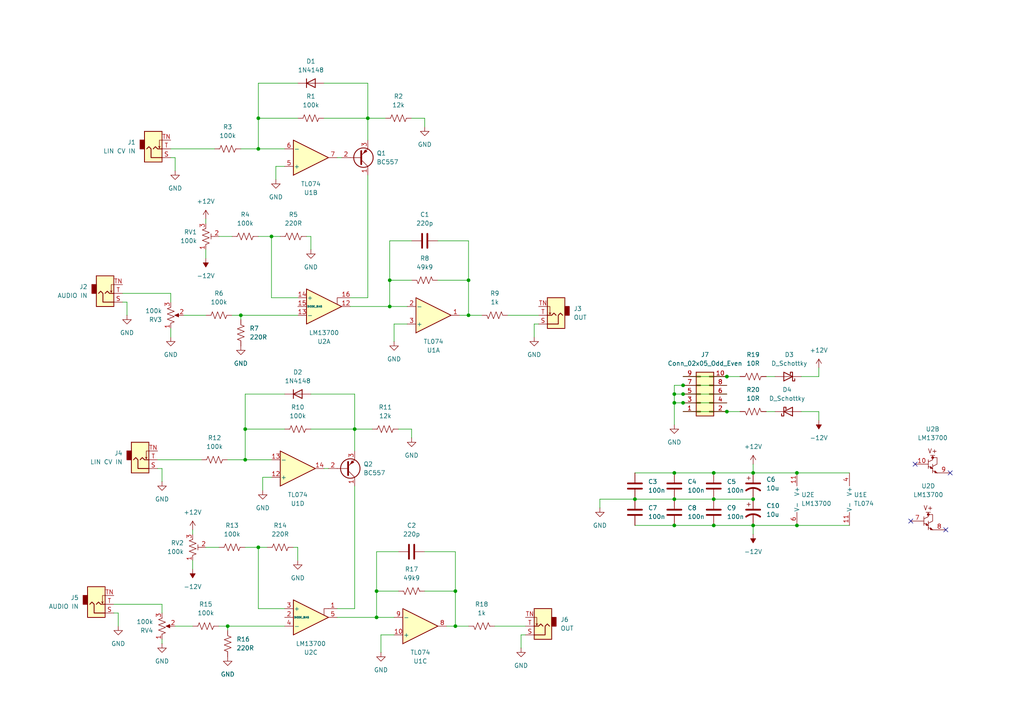
<source format=kicad_sch>
(kicad_sch (version 20250114) (generator "eeschema") (generator_version "9.0")
  (paper "A4")
  (title_block (title "Dual VCA") (date "2025-06-20") (rev "1.1") (company "idyllm") (comment 1 "CC BY-SA 4.0") (comment 2 "References: Aaron Lanterman, Thomas Henry"))
  (lib_symbols
    (symbol "Amplifier_Operational:LM13700" (pin_names (offset 0.127))
      (property "Reference" "U" (at 3.81 5.08 0))
      (property "Value" "LM13700" (at 5.08 -5.08 0))
      (symbol "LM13700_1_1"
        (pin input line (at -7.62 2.54 0) (length 2.54) (name "-") (number "13"))
        (pin input line (at -7.62 0 0) (length 2.54) (name "DIODE_BIAS") (number "15"))
        (pin input line (at -7.62 -2.54 0) (length 2.54) (name "+") (number "14"))
        (pin output line (at 7.62 0 180) (length 2.54) (name "~") (number "12"))
        (pin input line (at 7.62 -2.54 180) (length 2.54) (name "~") (number "16"))
      )
      (symbol "LM13700_2_1"
        (text "V+" (at -2.54 3.81 0) (effects (font (size 1.27 1.27))))
        (pin input line (at -7.62 0 0) (length 3.81) (name "~") (number "10"))
        (pin output line (at 2.54 -2.54 180) (length 3.81) (name "~") (number "9"))
      )
      (symbol "LM13700_3_1"
        (pin input line (at -7.62 2.54 0) (length 2.54) (name "-") (number "4"))
        (pin input line (at -7.62 0 0) (length 2.54) (name "DIODE_BIAS") (number "2"))
        (pin input line (at -7.62 -2.54 0) (length 2.54) (name "+") (number "3"))
        (pin output line (at 7.62 0 180) (length 2.54) (name "~") (number "5"))
        (pin input line (at 7.62 -2.54 180) (length 2.54) (name "~") (number "1"))
      )
      (symbol "LM13700_4_0"
        (text "V+" (at -2.54 3.81 0) (effects (font (size 1.27 1.27))))
      )
      (symbol "LM13700_4_1"
        (pin input line (at -7.62 0 0) (length 3.81) (name "~") (number "7"))
        (pin output line (at 2.54 -2.54 180) (length 3.81) (name "~") (number "8"))
      )
      (symbol "LM13700_5_1"
        (pin power_in line (at -2.54 7.62 270) (length 3.81) (name "V+") (number "11"))
        (pin power_in line (at -2.54 -7.62 90) (length 3.81) (name "V-") (number "6"))
      )
    )
    (symbol "Amplifier_Operational:TL074" (pin_names (offset 0.127))
      (property "Reference" "U" (at 0 5.08 0))
      (property "Value" "TL074" (at 0 -5.08 0))
      (symbol "TL074_1_1"
        (pin input line (at -7.62 2.54 0) (length 2.54) (name "+") (number "3"))
        (pin input line (at -7.62 -2.54 0) (length 2.54) (name "-") (number "2"))
        (pin output line (at 7.62 0 180) (length 2.54) (name "~") (number "1"))
      )
      (symbol "TL074_2_1"
        (pin input line (at -7.62 2.54 0) (length 2.54) (name "+") (number "5"))
        (pin input line (at -7.62 -2.54 0) (length 2.54) (name "-") (number "6"))
        (pin output line (at 7.62 0 180) (length 2.54) (name "~") (number "7"))
      )
      (symbol "TL074_3_1"
        (pin input line (at -7.62 2.54 0) (length 2.54) (name "+") (number "10"))
        (pin input line (at -7.62 -2.54 0) (length 2.54) (name "-") (number "9"))
        (pin output line (at 7.62 0 180) (length 2.54) (name "~") (number "8"))
      )
      (symbol "TL074_4_1"
        (pin input line (at -7.62 2.54 0) (length 2.54) (name "+") (number "12"))
        (pin input line (at -7.62 -2.54 0) (length 2.54) (name "-") (number "13"))
        (pin output line (at 7.62 0 180) (length 2.54) (name "~") (number "14"))
      )
      (symbol "TL074_5_1"
        (pin power_in line (at -2.54 7.62 270) (length 3.81) (name "V+") (number "4"))
        (pin power_in line (at -2.54 -7.62 90) (length 3.81) (name "V-") (number "11"))
      )
    )
    (symbol "Connector_Audio:AudioJack2_SwitchT"
      (property "Reference" "J" (at 0 8.89 0))
      (property "Value" "AudioJack2_SwitchT" (at 0 6.35 0))
      (symbol "AudioJack2_SwitchT_1_1"
        (pin passive line (at 5.08 2.54 180) (length 2.54) (name "~") (number "S"))
        (pin passive line (at 5.08 0 180) (length 2.54) (name "~") (number "T"))
        (pin passive line (at 5.08 -2.54 180) (length 2.54) (name "~") (number "TN"))
      )
    )
    (symbol "Connector_Generic:Conn_02x05_Odd_Even" (pin_names (offset 1.016) (hide yes))
      (property "Reference" "J" (at 1.27 7.62 0))
      (property "Value" "Conn_02x05_Odd_Even" (at 1.27 -7.62 0))
      (symbol "Conn_02x05_Odd_Even_1_1"
        (pin passive line (at -5.08 5.08 0) (length 3.81) (name "Pin_1") (number "1"))
        (pin passive line (at -5.08 2.54 0) (length 3.81) (name "Pin_3") (number "3"))
        (pin passive line (at -5.08 0 0) (length 3.81) (name "Pin_5") (number "5"))
        (pin passive line (at -5.08 -2.54 0) (length 3.81) (name "Pin_7") (number "7"))
        (pin passive line (at -5.08 -5.08 0) (length 3.81) (name "Pin_9") (number "9"))
        (pin passive line (at 7.62 5.08 180) (length 3.81) (name "Pin_2") (number "2"))
        (pin passive line (at 7.62 2.54 180) (length 3.81) (name "Pin_4") (number "4"))
        (pin passive line (at 7.62 0 180) (length 3.81) (name "Pin_6") (number "6"))
        (pin passive line (at 7.62 -2.54 180) (length 3.81) (name "Pin_8") (number "8"))
        (pin passive line (at 7.62 -5.08 180) (length 3.81) (name "Pin_10") (number "10"))
      )
    )
    (symbol "Device:C" (pin_numbers (hide yes)) (pin_names (offset 0.254))
      (property "Reference" "C" (at 0.635 2.54 0))
      (property "Value" "C" (at 0.635 -2.54 0))
      (symbol "C_1_1"
        (pin passive line (at 0 3.81 270) (length 2.794) (name "~") (number "1"))
        (pin passive line (at 0 -3.81 90) (length 2.794) (name "~") (number "2"))
      )
    )
    (symbol "Device:C_Polarized_US" (pin_numbers (hide yes)) (pin_names (offset 0.254) (hide yes))
      (property "Reference" "C" (at 0.635 2.54 0))
      (property "Value" "C_Polarized_US" (at 0.635 -2.54 0))
      (symbol "C_Polarized_US_1_1"
        (pin passive line (at 0 3.81 270) (length 2.794) (name "~") (number "1"))
        (pin passive line (at 0 -3.81 90) (length 3.302) (name "~") (number "2"))
      )
    )
    (symbol "Device:D_Schottky" (pin_numbers (hide yes)) (pin_names (offset 1.016) (hide yes))
      (property "Reference" "D" (at 0 2.54 0))
      (property "Value" "D_Schottky" (at 0 -2.54 0))
      (symbol "D_Schottky_1_1"
        (pin passive line (at -3.81 0 0) (length 2.54) (name "K") (number "1"))
        (pin passive line (at 3.81 0 180) (length 2.54) (name "A") (number "2"))
      )
    )
    (symbol "Device:R_Potentiometer_Trim_US" (pin_names (offset 1.016) (hide yes))
      (property "Reference" "RV" (at -4.445 0 90))
      (property "Value" "R_Potentiometer_Trim_US" (at -2.54 0 90))
      (symbol "R_Potentiometer_Trim_US_1_1"
        (pin passive line (at 0 3.81 270) (length 1.27) (name "1") (number "1"))
        (pin passive line (at 0 -3.81 90) (length 1.27) (name "3") (number "3"))
        (pin passive line (at 3.81 0 180) (length 1.27) (name "2") (number "2"))
      )
    )
    (symbol "Device:R_Potentiometer_US" (pin_names (offset 1.016) (hide yes))
      (property "Reference" "RV" (at -4.445 0 90))
      (property "Value" "R_Potentiometer_US" (at -2.54 0 90))
      (symbol "R_Potentiometer_US_1_1"
        (pin passive line (at 0 3.81 270) (length 1.27) (name "1") (number "1"))
        (pin passive line (at 0 -3.81 90) (length 1.27) (name "3") (number "3"))
        (pin passive line (at 3.81 0 180) (length 1.27) (name "2") (number "2"))
      )
    )
    (symbol "Device:R_US" (pin_numbers (hide yes)) (pin_names (offset 0))
      (property "Reference" "R" (at 2.54 0 90))
      (property "Value" "R_US" (at -2.54 0 90))
      (symbol "R_US_1_1"
        (pin passive line (at 0 3.81 270) (length 1.27) (name "~") (number "1"))
        (pin passive line (at 0 -3.81 90) (length 1.27) (name "~") (number "2"))
      )
    )
    (symbol "Diode:1N4148" (pin_numbers (hide yes)) (pin_names (hide yes))
      (property "Reference" "D" (at 0 2.54 0))
      (property "Value" "1N4148" (at 0 -2.54 0))
      (symbol "1N4148_1_1"
        (pin passive line (at -3.81 0 0) (length 2.54) (name "K") (number "1"))
        (pin passive line (at 3.81 0 180) (length 2.54) (name "A") (number "2"))
      )
    )
    (symbol "Transistor_BJT:BC557" (pin_names (offset 0) (hide yes))
      (property "Reference" "Q" (at 5.08 1.905 0))
      (property "Value" "BC557" (at 5.08 0 0))
      (symbol "BC557_1_1"
        (pin input line (at -5.08 0 0) (length 2.54) (name "B") (number "2"))
        (pin passive line (at 2.54 5.08 270) (length 2.54) (name "C") (number "1"))
        (pin passive line (at 2.54 -5.08 90) (length 2.54) (name "E") (number "3"))
      )
    )
    (symbol "power:+12V" (power) (pin_numbers (hide yes)) (pin_names (offset 0) (hide yes))
      (property "Value" "+12V" (at 0 3.556 0))
      (symbol "+12V_1_1"
        (pin power_in line (at 0 0 90) (length 0) (name "~") (number "1"))
      )
    )
    (symbol "power:-12V" (power) (pin_numbers (hide yes)) (pin_names (offset 0) (hide yes))
      (property "Value" "-12V" (at 0 3.556 0))
      (symbol "-12V_0_0"
        (pin power_in line (at 0 0 90) (length 0) (name "~") (number "1"))
      )
    )
    (symbol "power:GND" (power) (pin_numbers (hide yes)) (pin_names (offset 0) (hide yes))
      (property "Value" "GND" (at 0 -3.81 0))
      (symbol "GND_1_1"
        (pin power_in line (at 0 0 270) (length 0) (name "~") (number "1"))
      )
    )
  )
  (junction (at 66.04 181.61))
  (junction (at 106.68 34.29))
  (junction (at 388.62 54.61))
  (junction (at 113.03 81.28))
  (junction (at 135.89 81.28))
  (junction (at 109.22 179.07))
  (junction (at 207.01 152.4))
  (junction (at 69.85 91.44))
  (junction (at 388.62 71.12))
  (junction (at 102.87 124.46))
  (junction (at 218.44 144.78))
  (junction (at 378.46 92.71))
  (junction (at 351.79 43.18))
  (junction (at 132.08 171.45))
  (junction (at 184.15 144.78))
  (junction (at 113.03 88.9))
  (junction (at 207.01 137.16))
  (junction (at 195.58 116.84))
  (junction (at 74.93 34.29))
  (junction (at 195.58 137.16))
  (junction (at 218.44 137.16))
  (junction (at 71.12 133.35))
  (junction (at 198.12 116.84))
  (junction (at 195.58 114.3))
  (junction (at 135.89 91.44))
  (junction (at 198.12 111.76))
  (junction (at 341.63 43.18))
  (junction (at 231.14 137.16))
  (junction (at 198.12 114.3))
  (junction (at 71.12 124.46))
  (junction (at 109.22 171.45))
  (junction (at 207.01 144.78))
  (junction (at 195.58 144.78))
  (junction (at 195.58 152.4))
  (junction (at 78.74 68.58))
  (junction (at 210.82 119.38))
  (junction (at 361.95 54.61))
  (junction (at 218.44 152.4))
  (junction (at 210.82 109.22))
  (junction (at 74.93 158.75))
  (junction (at 74.93 43.18))
  (junction (at 231.14 152.4))
  (junction (at 132.08 181.61))
  (no_connect (at 265.43 134.62))
  (no_connect (at 274.32 153.67))
  (no_connect (at 275.59 137.16))
  (no_connect (at 264.16 151.13))
  (wire (pts (xy 237.49 109.22) (xy 232.41 109.22)))
  (wire (pts (xy 66.04 181.61) (xy 82.55 181.61)))
  (wire (pts (xy 86.36 158.75) (xy 85.09 158.75)))
  (wire (pts (xy 341.63 43.18) (xy 351.79 43.18)))
  (wire (pts (xy 90.17 124.46) (xy 102.87 124.46)))
  (wire (pts (xy 198.12 109.22) (xy 210.82 109.22)))
  (wire (pts (xy 361.95 92.71) (xy 378.46 92.71)))
  (wire (pts (xy 66.04 133.35) (xy 71.12 133.35)))
  (wire (pts (xy 71.12 114.3) (xy 71.12 124.46)))
  (wire (pts (xy 97.79 176.53) (xy 102.87 176.53)))
  (wire (pts (xy 222.25 119.38) (xy 224.79 119.38)))
  (wire (pts (xy 50.8 45.72) (xy 49.53 45.72)))
  (wire (pts (xy 101.6 88.9) (xy 113.03 88.9)))
  (wire (pts (xy 210.82 119.38) (xy 214.63 119.38)))
  (wire (pts (xy 76.2 142.24) (xy 76.2 138.43)))
  (wire (pts (xy 97.79 179.07) (xy 109.22 179.07)))
  (wire (pts (xy 378.46 92.71) (xy 378.46 88.9)))
  (wire (pts (xy 80.01 48.26) (xy 82.55 48.26)))
  (wire (pts (xy 351.79 43.18) (xy 364.49 43.18)))
  (wire (pts (xy 154.94 97.79) (xy 154.94 93.98)))
  (wire (pts (xy 114.3 93.98) (xy 114.3 99.06)))
  (wire (pts (xy 378.46 71.12) (xy 378.46 78.74)))
  (wire (pts (xy 46.99 135.89) (xy 45.72 135.89)))
  (wire (pts (xy 231.14 137.16) (xy 246.38 137.16)))
  (wire (pts (xy 80.01 52.07) (xy 80.01 48.26)))
  (wire (pts (xy 74.93 34.29) (xy 86.36 34.29)))
  (wire (pts (xy 135.89 81.28) (xy 135.89 91.44)))
  (wire (pts (xy 49.53 43.18) (xy 62.23 43.18)))
  (wire (pts (xy 207.01 152.4) (xy 218.44 152.4)))
  (wire (pts (xy 218.44 137.16) (xy 231.14 137.16)))
  (wire (pts (xy 35.56 85.09) (xy 49.53 85.09)))
  (wire (pts (xy 154.94 93.98) (xy 156.21 93.98)))
  (wire (pts (xy 36.83 91.44) (xy 36.83 87.63)))
  (wire (pts (xy 378.46 92.71) (xy 378.46 99.06)))
  (wire (pts (xy 132.08 171.45) (xy 132.08 181.61)))
  (wire (pts (xy 102.87 114.3) (xy 90.17 114.3)))
  (wire (pts (xy 74.93 24.13) (xy 74.93 34.29)))
  (wire (pts (xy 388.62 68.58) (xy 388.62 71.12)))
  (wire (pts (xy 237.49 106.68) (xy 237.49 109.22)))
  (wire (pts (xy 119.38 127) (xy 119.38 124.46)))
  (wire (pts (xy 414.02 87.63) (xy 414.02 83.82)))
  (wire (pts (xy 110.49 184.15) (xy 114.3 184.15)))
  (wire (pts (xy 113.03 81.28) (xy 119.38 81.28)))
  (wire (pts (xy 59.69 72.39) (xy 59.69 74.93)))
  (wire (pts (xy 330.2 43.18) (xy 341.63 43.18)))
  (wire (pts (xy 109.22 160.02) (xy 109.22 171.45)))
  (wire (pts (xy 341.63 54.61) (xy 341.63 58.42)))
  (wire (pts (xy 341.63 46.99) (xy 341.63 43.18)))
  (wire (pts (xy 49.53 85.09) (xy 49.53 87.63)))
  (wire (pts (xy 195.58 111.76) (xy 195.58 114.3)))
  (wire (pts (xy 53.34 91.44) (xy 59.69 91.44)))
  (wire (pts (xy 81.28 68.58) (xy 78.74 68.58)))
  (wire (pts (xy 49.53 95.25) (xy 49.53 97.79)))
  (wire (pts (xy 127 69.85) (xy 135.89 69.85)))
  (wire (pts (xy 74.93 43.18) (xy 82.55 43.18)))
  (wire (pts (xy 378.46 106.68) (xy 378.46 110.49)))
  (wire (pts (xy 135.89 91.44) (xy 139.7 91.44)))
  (wire (pts (xy 90.17 72.39) (xy 90.17 68.58)))
  (wire (pts (xy 71.12 133.35) (xy 78.74 133.35)))
  (wire (pts (xy 74.93 176.53) (xy 82.55 176.53)))
  (wire (pts (xy 66.04 181.61) (xy 66.04 182.88)))
  (wire (pts (xy 135.89 69.85) (xy 135.89 81.28)))
  (wire (pts (xy 109.22 171.45) (xy 109.22 179.07)))
  (wire (pts (xy 184.15 144.78) (xy 195.58 144.78)))
  (wire (pts (xy 46.99 139.7) (xy 46.99 135.89)))
  (wire (pts (xy 63.5 181.61) (xy 66.04 181.61)))
  (wire (pts (xy 368.3 54.61) (xy 361.95 54.61)))
  (wire (pts (xy 123.19 160.02) (xy 132.08 160.02)))
  (wire (pts (xy 123.19 36.83) (xy 123.19 34.29)))
  (wire (pts (xy 102.87 124.46) (xy 107.95 124.46)))
  (wire (pts (xy 102.87 124.46) (xy 102.87 130.81)))
  (wire (pts (xy 143.51 181.61) (xy 152.4 181.61)))
  (wire (pts (xy 361.95 48.26) (xy 364.49 48.26)))
  (wire (pts (xy 106.68 50.8) (xy 106.68 86.36)))
  (wire (pts (xy 414.02 83.82) (xy 408.94 83.82)))
  (wire (pts (xy 86.36 162.56) (xy 86.36 158.75)))
  (wire (pts (xy 222.25 109.22) (xy 224.79 109.22)))
  (wire (pts (xy 195.58 114.3) (xy 198.12 114.3)))
  (wire (pts (xy 207.01 137.16) (xy 218.44 137.16)))
  (wire (pts (xy 33.02 175.26) (xy 46.99 175.26)))
  (wire (pts (xy 198.12 114.3) (xy 210.82 114.3)))
  (wire (pts (xy 109.22 179.07) (xy 114.3 179.07)))
  (wire (pts (xy 69.85 43.18) (xy 74.93 43.18)))
  (wire (pts (xy 102.87 140.97) (xy 102.87 176.53)))
  (wire (pts (xy 106.68 34.29) (xy 106.68 40.64)))
  (wire (pts (xy 361.95 48.26) (xy 361.95 54.61)))
  (wire (pts (xy 113.03 88.9) (xy 118.11 88.9)))
  (wire (pts (xy 34.29 177.8) (xy 33.02 177.8)))
  (wire (pts (xy 378.46 71.12) (xy 388.62 71.12)))
  (wire (pts (xy 106.68 24.13) (xy 93.98 24.13)))
  (wire (pts (xy 46.99 185.42) (xy 46.99 186.69)))
  (wire (pts (xy 237.49 119.38) (xy 232.41 119.38)))
  (wire (pts (xy 110.49 184.15) (xy 110.49 189.23)))
  (wire (pts (xy 46.99 175.26) (xy 46.99 177.8)))
  (wire (pts (xy 34.29 181.61) (xy 34.29 177.8)))
  (wire (pts (xy 388.62 71.12) (xy 401.32 71.12)))
  (wire (pts (xy 218.44 134.62) (xy 218.44 137.16)))
  (wire (pts (xy 71.12 124.46) (xy 82.55 124.46)))
  (wire (pts (xy 78.74 68.58) (xy 78.74 86.36)))
  (wire (pts (xy 45.72 133.35) (xy 58.42 133.35)))
  (wire (pts (xy 195.58 114.3) (xy 195.58 116.84)))
  (wire (pts (xy 210.82 109.22) (xy 214.63 109.22)))
  (wire (pts (xy 50.8 181.61) (xy 55.88 181.61)))
  (wire (pts (xy 132.08 181.61) (xy 135.89 181.61)))
  (wire (pts (xy 127 81.28) (xy 135.89 81.28)))
  (wire (pts (xy 74.93 24.13) (xy 86.36 24.13)))
  (wire (pts (xy 114.3 93.98) (xy 118.11 93.98)))
  (wire (pts (xy 388.62 60.96) (xy 388.62 54.61)))
  (wire (pts (xy 388.62 54.61) (xy 388.62 45.72)))
  (wire (pts (xy 218.44 154.94) (xy 218.44 152.4)))
  (wire (pts (xy 63.5 158.75) (xy 59.69 158.75)))
  (wire (pts (xy 55.88 162.56) (xy 55.88 165.1)))
  (wire (pts (xy 74.93 34.29) (xy 74.93 43.18)))
  (wire (pts (xy 375.92 54.61) (xy 388.62 54.61)))
  (wire (pts (xy 123.19 171.45) (xy 132.08 171.45)))
  (wire (pts (xy 115.57 124.46) (xy 119.38 124.46)))
  (wire (pts (xy 129.54 181.61) (xy 132.08 181.61)))
  (wire (pts (xy 113.03 69.85) (xy 113.03 81.28)))
  (wire (pts (xy 93.98 135.89) (xy 95.25 135.89)))
  (wire (pts (xy 97.79 45.72) (xy 99.06 45.72)))
  (wire (pts (xy 198.12 111.76) (xy 195.58 111.76)))
  (wire (pts (xy 109.22 160.02) (xy 115.57 160.02)))
  (wire (pts (xy 151.13 184.15) (xy 152.4 184.15)))
  (wire (pts (xy 379.73 45.72) (xy 388.62 45.72)))
  (wire (pts (xy 231.14 152.4) (xy 246.38 152.4)))
  (wire (pts (xy 184.15 152.4) (xy 195.58 152.4)))
  (wire (pts (xy 74.93 158.75) (xy 74.93 176.53)))
  (wire (pts (xy 119.38 34.29) (xy 123.19 34.29)))
  (wire (pts (xy 36.83 87.63) (xy 35.56 87.63)))
  (wire (pts (xy 71.12 124.46) (xy 71.12 133.35)))
  (wire (pts (xy 173.99 144.78) (xy 184.15 144.78)))
  (wire (pts (xy 59.69 63.5) (xy 59.69 64.77)))
  (wire (pts (xy 101.6 86.36) (xy 106.68 86.36)))
  (wire (pts (xy 71.12 114.3) (xy 82.55 114.3)))
  (wire (pts (xy 93.98 34.29) (xy 106.68 34.29)))
  (wire (pts (xy 195.58 116.84) (xy 198.12 116.84)))
  (wire (pts (xy 90.17 68.58) (xy 88.9 68.58)))
  (wire (pts (xy 133.35 91.44) (xy 135.89 91.44)))
  (wire (pts (xy 78.74 86.36) (xy 86.36 86.36)))
  (wire (pts (xy 237.49 121.92) (xy 237.49 119.38)))
  (wire (pts (xy 351.79 54.61) (xy 351.79 58.42)))
  (wire (pts (xy 67.31 91.44) (xy 69.85 91.44)))
  (wire (pts (xy 173.99 147.32) (xy 173.99 144.78)))
  (wire (pts (xy 184.15 137.16) (xy 195.58 137.16)))
  (wire (pts (xy 113.03 69.85) (xy 119.38 69.85)))
  (wire (pts (xy 151.13 187.96) (xy 151.13 184.15)))
  (wire (pts (xy 55.88 153.67) (xy 55.88 154.94)))
  (wire (pts (xy 198.12 111.76) (xy 210.82 111.76)))
  (wire (pts (xy 67.31 68.58) (xy 63.5 68.58)))
  (wire (pts (xy 132.08 160.02) (xy 132.08 171.45)))
  (wire (pts (xy 195.58 152.4) (xy 207.01 152.4)))
  (wire (pts (xy 109.22 171.45) (xy 115.57 171.45)))
  (wire (pts (xy 77.47 158.75) (xy 74.93 158.75)))
  (wire (pts (xy 207.01 144.78) (xy 218.44 144.78)))
  (wire (pts (xy 69.85 91.44) (xy 86.36 91.44)))
  (wire (pts (xy 195.58 116.84) (xy 195.58 123.19)))
  (wire (pts (xy 147.32 91.44) (xy 156.21 91.44)))
  (wire (pts (xy 74.93 158.75) (xy 71.12 158.75)))
  (wire (pts (xy 78.74 68.58) (xy 74.93 68.58)))
  (wire (pts (xy 195.58 137.16) (xy 207.01 137.16)))
  (wire (pts (xy 351.79 43.18) (xy 351.79 46.99)))
  (wire (pts (xy 50.8 49.53) (xy 50.8 45.72)))
  (wire (pts (xy 106.68 34.29) (xy 111.76 34.29)))
  (wire (pts (xy 401.32 78.74) (xy 401.32 71.12)))
  (wire (pts (xy 195.58 144.78) (xy 207.01 144.78)))
  (wire (pts (xy 198.12 119.38) (xy 210.82 119.38)))
  (wire (pts (xy 218.44 152.4) (xy 231.14 152.4)))
  (wire (pts (xy 102.87 124.46) (xy 102.87 114.3)))
  (wire (pts (xy 198.12 116.84) (xy 210.82 116.84)))
  (wire (pts (xy 69.85 91.44) (xy 69.85 92.71)))
  (wire (pts (xy 113.03 81.28) (xy 113.03 88.9)))
  (wire (pts (xy 361.95 54.61) (xy 361.95 92.71)))
  (wire (pts (xy 76.2 138.43) (xy 78.74 138.43)))
  (wire (pts (xy 106.68 34.29) (xy 106.68 24.13)))
  (symbol (lib_id "Connector_Audio:AudioJack2_SwitchT") (at 27.94 175.26 0) (mirror x) (unit 1)
    (property "Reference" "J5" (at 22.86 173.3549 0) (effects (justify right)))
    (property "Value" "AUDIO IN" (at 22.86 175.8949 0) (effects (justify right)))
    (property "Footprint" "AudioJacks:Jack_3.5mm_QingPu_WQP-PJ323M_Horizontal" (effects (hide yes)))
    (property "Description" "Audio Jack, 2 Poles (Mono / TS), Switched T Pole (Normalling)" (effects (hide yes)))
  )
  (symbol (lib_id "Device:C") (at 119.38 160.02 90) (unit 1)
    (property "Reference" "C2" (at 119.38 152.4 90))
    (property "Value" "220p" (at 119.38 154.94 90))
    (property "Footprint" "Capacitor_THT:C_Disc_D4.3mm_W1.9mm_P5.00mm" (effects (hide yes)))
    (property "Description" "Unpolarized capacitor" (effects (hide yes)))
  )
  (symbol (lib_id "Transistor_BJT:BC557") (at 375.92 83.82 0) (mirror x) (unit 1)
    (property "Reference" "Q4" (at 381 82.5499 0) (effects (justify left)))
    (property "Value" "BC557" (at 381 85.0899 0) (effects (justify left)))
    (property "Footprint" "Package_TO_SOT_THT:TO-92_Inline_Wide" (effects (hide yes)))
    (property "Datasheet" "https://www.onsemi.com/pub/Collateral/BC556BTA-D.pdf" (effects (hide yes)))
    (property "Description" "0.1A Ic, 45V Vce, PNP Small Signal Transistor, TO-92" (effects (hide yes)))
  )
  (symbol (lib_id "power:GND") (at 80.01 52.07 0) (unit 1)
    (property "Reference" "#PWR03" (effects (hide yes)))
    (property "Value" "GND" (at 80.01 57.15 0))
    (property "Description" "Power symbol creates a global label with name \"GND\" , ground" (effects (hide yes)))
  )
  (symbol (lib_id "Device:R_US") (at 119.38 171.45 90) (mirror x) (unit 1)
    (property "Reference" "R17" (at 119.38 165.1 90))
    (property "Value" "49k9" (at 119.38 167.64 90))
    (property "Footprint" "Resistor_THT:R_Axial_DIN0204_L3.6mm_D1.6mm_P2.54mm_Vertical" (effects (hide yes)))
    (property "Description" "Resistor, US symbol" (effects (hide yes)))
  )
  (symbol (lib_id "power:GND") (at 414.02 87.63 0) (unit 1)
    (property "Reference" "#PWR030" (effects (hide yes)))
    (property "Value" "GND" (at 414.02 92.71 0))
    (property "Description" "Power symbol creates a global label with name \"GND\" , ground" (effects (hide yes)))
  )
  (symbol (lib_id "Device:R_US") (at 85.09 68.58 270) (unit 1)
    (property "Reference" "R5" (at 85.09 62.23 90))
    (property "Value" "220R" (at 85.09 64.77 90))
    (property "Footprint" "Resistor_THT:R_Axial_DIN0204_L3.6mm_D1.6mm_P2.54mm_Vertical" (effects (hide yes)))
    (property "Description" "Resistor, US symbol" (effects (hide yes)))
  )
  (symbol (lib_id "Device:R_US") (at 123.19 81.28 90) (mirror x) (unit 1)
    (property "Reference" "R8" (at 123.19 74.93 90))
    (property "Value" "49k9" (at 123.19 77.47 90))
    (property "Footprint" "Resistor_THT:R_Axial_DIN0204_L3.6mm_D1.6mm_P2.54mm_Vertical" (effects (hide yes)))
    (property "Description" "Resistor, US symbol" (effects (hide yes)))
  )
  (symbol (lib_id "Transistor_BJT:BC557") (at 403.86 83.82 180) (unit 1)
    (property "Reference" "Q5" (at 398.78 82.5499 0) (effects (justify left)))
    (property "Value" "BC557" (at 398.78 85.0899 0) (effects (justify left)))
    (property "Footprint" "Package_TO_SOT_THT:TO-92_Inline_Wide" (effects (hide yes)))
    (property "Datasheet" "https://www.onsemi.com/pub/Collateral/BC556BTA-D.pdf" (effects (hide yes)))
    (property "Description" "0.1A Ic, 45V Vce, PNP Small Signal Transistor, TO-92" (effects (hide yes)))
  )
  (symbol (lib_id "power:GND") (at 69.85 100.33 0) (unit 1)
    (property "Reference" "#PWR010" (effects (hide yes)))
    (property "Value" "GND" (at 69.85 105.41 0))
    (property "Description" "Power symbol creates a global label with name \"GND\" , ground" (effects (hide yes)))
  )
  (symbol (lib_id "power:GND") (at 173.99 147.32 0) (mirror y) (unit 1)
    (property "Reference" "#PWR024" (effects (hide yes)))
    (property "Value" "GND" (at 173.99 152.4 0))
    (property "Description" "Power symbol creates a global label with name \"GND\" , ground" (effects (hide yes)))
  )
  (symbol (lib_id "Device:R_US") (at 66.04 186.69 180) (unit 1)
    (property "Reference" "R16" (at 68.58 185.4199 0) (effects (justify right)))
    (property "Value" "220R" (at 68.58 187.9599 0) (effects (justify right)))
    (property "Footprint" "Resistor_THT:R_Axial_DIN0204_L3.6mm_D1.6mm_P2.54mm_Vertical" (effects (hide yes)))
    (property "Description" "Resistor, US symbol" (effects (hide yes)))
  )
  (symbol (lib_id "Amplifier_Operational:LM13700") (at 90.17 179.07 0) (mirror x) (unit 3)
    (property "Reference" "U2" (at 90.17 189.23 0))
    (property "Value" "LM13700" (at 90.17 186.69 0))
    (property "Footprint" "Package_SO:SOIC-16_3.9x9.9mm_P1.27mm" (effects (hide yes)))
    (property "Datasheet" "http://www.ti.com/lit/ds/symlink/lm13700.pdf" (effects (hide yes)))
    (property "Description" "Dual Operational Transconductance Amplifiers with Linearizing Diodes and Buffers, DIP-16/SOIC-16" (effects (hide yes)))
  )
  (symbol (lib_id "power:GND") (at 341.63 58.42 0) (unit 1)
    (property "Reference" "#PWR032" (effects (hide yes)))
    (property "Value" "GND" (at 341.63 63.5 0))
    (property "Description" "Power symbol creates a global label with name \"GND\" , ground" (effects (hide yes)))
  )
  (symbol (lib_id "Amplifier_Operational:TL074") (at 372.11 45.72 0) (unit 2)
    (property "Reference" "U3" (at 372.11 35.56 0))
    (property "Value" "TL074" (at 372.11 38.1 0))
    (property "Footprint" "Package_DIP:DIP-14_W7.62mm_Socket" (effects (hide yes)))
    (property "Datasheet" "http://www.ti.com/lit/ds/symlink/tl071.pdf" (effects (hide yes)))
    (property "Description" "Quad Low-Noise JFET-Input Operational Amplifiers, DIP-14/SOIC-14" (effects (hide yes)))
  )
  (symbol (lib_id "power:GND") (at 36.83 91.44 0) (unit 1)
    (property "Reference" "#PWR07" (effects (hide yes)))
    (property "Value" "GND" (at 36.83 96.52 0))
    (property "Description" "Power symbol creates a global label with name \"GND\" , ground" (effects (hide yes)))
  )
  (symbol (lib_id "Device:R_US") (at 326.39 43.18 270) (unit 1)
    (property "Reference" "R23" (at 326.39 36.83 90))
    (property "Value" "100k" (at 326.39 39.37 90))
    (property "Footprint" "Resistor_THT:R_Axial_DIN0204_L3.6mm_D1.6mm_P7.62mm_Horizontal" (effects (hide yes)))
    (property "Description" "Resistor, US symbol" (effects (hide yes)))
  )
  (symbol (lib_id "Amplifier_Operational:TL074") (at 90.17 45.72 0) (mirror x) (unit 2)
    (property "Reference" "U1" (at 90.17 55.88 0))
    (property "Value" "TL074" (at 90.17 53.34 0))
    (property "Footprint" "Package_DIP:DIP-14_W7.62mm_Socket" (effects (hide yes)))
    (property "Datasheet" "http://www.ti.com/lit/ds/symlink/tl071.pdf" (effects (hide yes)))
    (property "Description" "Quad Low-Noise JFET-Input Operational Amplifiers, DIP-14/SOIC-14" (effects (hide yes)))
  )
  (symbol (lib_id "Amplifier_Operational:TL074") (at 86.36 135.89 0) (mirror x) (unit 4)
    (property "Reference" "U1" (at 86.36 146.05 0))
    (property "Value" "TL074" (at 86.36 143.51 0))
    (property "Footprint" "Package_DIP:DIP-14_W7.62mm_Socket" (effects (hide yes)))
    (property "Datasheet" "http://www.ti.com/lit/ds/symlink/tl071.pdf" (effects (hide yes)))
    (property "Description" "Quad Low-Noise JFET-Input Operational Amplifiers, DIP-14/SOIC-14" (effects (hide yes)))
  )
  (symbol (lib_id "Transistor_BJT:BC557") (at 104.14 45.72 0) (mirror x) (unit 1)
    (property "Reference" "Q1" (at 109.22 44.4499 0) (effects (justify left)))
    (property "Value" "BC557" (at 109.22 46.9899 0) (effects (justify left)))
    (property "Footprint" "Package_TO_SOT_THT:TO-92_Inline_Wide" (effects (hide yes)))
    (property "Datasheet" "https://www.onsemi.com/pub/Collateral/BC556BTA-D.pdf" (effects (hide yes)))
    (property "Description" "0.1A Ic, 45V Vce, PNP Small Signal Transistor, TO-92" (effects (hide yes)))
  )
  (symbol (lib_id "Device:R_US") (at 62.23 133.35 270) (unit 1)
    (property "Reference" "R12" (at 62.23 127 90))
    (property "Value" "100k" (at 62.23 129.54 90))
    (property "Footprint" "Resistor_THT:R_Axial_DIN0204_L3.6mm_D1.6mm_P7.62mm_Horizontal" (effects (hide yes)))
    (property "Description" "Resistor, US symbol" (effects (hide yes)))
  )
  (symbol (lib_id "power:+12V") (at 237.49 106.68 0) (unit 1)
    (property "Reference" "#PWR021" (effects (hide yes)))
    (property "Value" "+12V" (at 237.49 101.6 0))
    (property "Description" "Power symbol creates a global label with name \"+12V\"" (effects (hide yes)))
  )
  (symbol (lib_id "Device:R_US") (at 67.31 158.75 270) (unit 1)
    (property "Reference" "R13" (at 67.31 152.4 90))
    (property "Value" "100k" (at 67.31 154.94 90))
    (property "Footprint" "Resistor_THT:R_Axial_DIN0204_L3.6mm_D1.6mm_P2.54mm_Vertical" (effects (hide yes)))
    (property "Description" "Resistor, US symbol" (effects (hide yes)))
  )
  (symbol (lib_id "Device:R_US") (at 63.5 91.44 270) (unit 1)
    (property "Reference" "R6" (at 63.5 85.09 90))
    (property "Value" "100k" (at 63.5 87.63 90))
    (property "Footprint" "Resistor_THT:R_Axial_DIN0204_L3.6mm_D1.6mm_P7.62mm_Horizontal" (effects (hide yes)))
    (property "Description" "Resistor, US symbol" (effects (hide yes)))
  )
  (symbol (lib_id "Device:R_Potentiometer_Trim_US") (at 59.69 68.58 0) (mirror x) (unit 1)
    (property "Reference" "RV1" (at 57.15 67.3099 0) (effects (justify right)))
    (property "Value" "100k" (at 57.15 69.8499 0) (effects (justify right)))
    (property "Footprint" "Potentiometer_THT:Potentiometer_Bourns_3296W_Vertical" (effects (hide yes)))
    (property "Description" "Trim-potentiometer, US symbol" (effects (hide yes)))
  )
  (symbol (lib_id "Connector_Audio:AudioJack2_SwitchT") (at 44.45 43.18 0) (mirror x) (unit 1)
    (property "Reference" "J1" (at 39.37 41.2749 0) (effects (justify right)))
    (property "Value" "LIN CV IN" (at 39.37 43.8149 0) (effects (justify right)))
    (property "Footprint" "AudioJacks:Jack_3.5mm_QingPu_WQP-PJ323M_Horizontal" (effects (hide yes)))
    (property "Description" "Audio Jack, 2 Poles (Mono / TS), Switched T Pole (Normalling)" (effects (hide yes)))
  )
  (symbol (lib_id "power:GND") (at 46.99 139.7 0) (unit 1)
    (property "Reference" "#PWR012" (effects (hide yes)))
    (property "Value" "GND" (at 46.99 144.78 0))
    (property "Description" "Power symbol creates a global label with name \"GND\" , ground" (effects (hide yes)))
  )
  (symbol (lib_id "Device:C") (at 207.01 148.59 0) (unit 1)
    (property "Reference" "C9" (at 210.82 147.3199 0) (effects (justify left)))
    (property "Value" "100n" (at 210.82 149.8599 0) (effects (justify left)))
    (property "Footprint" "Capacitor_THT:C_Disc_D4.3mm_W1.9mm_P5.00mm" (effects (hide yes)))
    (property "Description" "Unpolarized capacitor" (effects (hide yes)))
  )
  (symbol (lib_id "Device:R_US") (at 66.04 43.18 270) (unit 1)
    (property "Reference" "R3" (at 66.04 36.83 90))
    (property "Value" "100k" (at 66.04 39.37 90))
    (property "Footprint" "Resistor_THT:R_Axial_DIN0204_L3.6mm_D1.6mm_P7.62mm_Horizontal" (effects (hide yes)))
    (property "Description" "Resistor, US symbol" (effects (hide yes)))
  )
  (symbol (lib_id "Device:R_US") (at 388.62 64.77 0) (unit 1)
    (property "Reference" "R25" (at 391.16 63.4999 0) (effects (justify left)))
    (property "Value" "100k" (at 391.16 66.0399 0) (effects (justify left)))
    (property "Footprint" "Resistor_THT:R_Axial_DIN0204_L3.6mm_D1.6mm_P7.62mm_Horizontal" (effects (hide yes)))
    (property "Description" "Resistor, US symbol" (effects (hide yes)))
  )
  (symbol (lib_id "power:GND") (at 154.94 97.79 0) (mirror y) (unit 1)
    (property "Reference" "#PWR08" (effects (hide yes)))
    (property "Value" "GND" (at 154.94 102.87 0))
    (property "Description" "Power symbol creates a global label with name \"GND\" , ground" (effects (hide yes)))
  )
  (symbol (lib_id "Transistor_BJT:BC557") (at 431.8 22.86 0) (mirror x) (unit 1)
    (property "Reference" "Q3" (at 436.88 21.5899 0) (effects (justify left)))
    (property "Value" "BC557" (at 436.88 24.1299 0) (effects (justify left)))
    (property "Footprint" "Package_TO_SOT_THT:TO-92_Inline_Wide" (effects (hide yes)))
    (property "Datasheet" "https://www.onsemi.com/pub/Collateral/BC556BTA-D.pdf" (effects (hide yes)))
    (property "Description" "0.1A Ic, 45V Vce, PNP Small Signal Transistor, TO-92" (effects (hide yes)))
  )
  (symbol (lib_id "Connector_Audio:AudioJack2_SwitchT") (at 40.64 133.35 0) (mirror x) (unit 1)
    (property "Reference" "J4" (at 35.56 131.4449 0) (effects (justify right)))
    (property "Value" "LIN CV IN" (at 35.56 133.9849 0) (effects (justify right)))
    (property "Footprint" "AudioJacks:Jack_3.5mm_QingPu_WQP-PJ323M_Horizontal" (effects (hide yes)))
    (property "Description" "Audio Jack, 2 Poles (Mono / TS), Switched T Pole (Normalling)" (effects (hide yes)))
  )
  (symbol (lib_id "power:GND") (at 123.19 36.83 0) (unit 1)
    (property "Reference" "#PWR01" (effects (hide yes)))
    (property "Value" "GND" (at 123.19 41.91 0))
    (property "Description" "Power symbol creates a global label with name \"GND\" , ground" (effects (hide yes)))
  )
  (symbol (lib_id "power:GND") (at 46.99 186.69 0) (unit 1)
    (property "Reference" "#PWR027" (effects (hide yes)))
    (property "Value" "GND" (at 46.99 191.77 0))
    (property "Description" "Power symbol creates a global label with name \"GND\" , ground" (effects (hide yes)))
  )
  (symbol (lib_id "Device:C_Polarized_US") (at 218.44 148.59 0) (unit 1)
    (property "Reference" "C10" (at 222.25 146.6849 0) (effects (justify left)))
    (property "Value" "10u" (at 222.25 149.2249 0) (effects (justify left)))
    (property "Footprint" "Capacitor_THT:CP_Radial_D5.0mm_P2.50mm" (effects (hide yes)))
    (property "Description" "Polarized capacitor, US symbol" (effects (hide yes)))
  )
  (symbol (lib_id "Device:R_US") (at 139.7 181.61 90) (mirror x) (unit 1)
    (property "Reference" "R18" (at 139.7 175.26 90))
    (property "Value" "1k" (at 139.7 177.8 90))
    (property "Footprint" "Resistor_THT:R_Axial_DIN0204_L3.6mm_D1.6mm_P7.62mm_Horizontal" (effects (hide yes)))
    (property "Description" "Resistor, US symbol" (effects (hide yes)))
  )
  (symbol (lib_id "power:GND") (at 195.58 123.19 0) (mirror y) (unit 1)
    (property "Reference" "#PWR023" (effects (hide yes)))
    (property "Value" "GND" (at 195.58 128.27 0))
    (property "Description" "Power symbol creates a global label with name \"GND\" , ground" (effects (hide yes)))
  )
  (symbol (lib_id "Device:R_US") (at 143.51 91.44 90) (mirror x) (unit 1)
    (property "Reference" "R9" (at 143.51 85.09 90))
    (property "Value" "1k" (at 143.51 87.63 90))
    (property "Footprint" "Resistor_THT:R_Axial_DIN0204_L3.6mm_D1.6mm_P7.62mm_Horizontal" (effects (hide yes)))
    (property "Description" "Resistor, US symbol" (effects (hide yes)))
  )
  (symbol (lib_id "Transistor_BJT:BC557") (at 100.33 135.89 0) (mirror x) (unit 1)
    (property "Reference" "Q2" (at 105.41 134.6199 0) (effects (justify left)))
    (property "Value" "BC557" (at 105.41 137.1599 0) (effects (justify left)))
    (property "Footprint" "Package_TO_SOT_THT:TO-92_Inline_Wide" (effects (hide yes)))
    (property "Datasheet" "https://www.onsemi.com/pub/Collateral/BC556BTA-D.pdf" (effects (hide yes)))
    (property "Description" "0.1A Ic, 45V Vce, PNP Small Signal Transistor, TO-92" (effects (hide yes)))
  )
  (symbol (lib_id "power:-12V") (at 59.69 74.93 180) (unit 1)
    (property "Reference" "#PWR06" (effects (hide yes)))
    (property "Value" "-12V" (at 59.69 80.01 0))
    (property "Description" "Power symbol creates a global label with name \"-12V\"" (effects (hide yes)))
  )
  (symbol (lib_id "Device:R_US") (at 115.57 34.29 270) (unit 1)
    (property "Reference" "R2" (at 115.57 27.94 90))
    (property "Value" "12k" (at 115.57 30.48 90))
    (property "Footprint" "Resistor_THT:R_Axial_DIN0204_L3.6mm_D1.6mm_P2.54mm_Vertical" (effects (hide yes)))
    (property "Description" "Resistor, US symbol" (effects (hide yes)))
  )
  (symbol (lib_id "Device:R_US") (at 218.44 119.38 90) (mirror x) (unit 1)
    (property "Reference" "R20" (at 218.44 113.03 90))
    (property "Value" "10R" (at 218.44 115.57 90))
    (property "Footprint" "Resistor_THT:R_Axial_DIN0204_L3.6mm_D1.6mm_P2.54mm_Vertical" (effects (hide yes)))
    (property "Description" "Resistor, US symbol" (effects (hide yes)))
  )
  (symbol (lib_id "Amplifier_Operational:TL074") (at 248.92 144.78 0) (unit 5)
    (property "Reference" "U1" (at 247.65 143.5099 0) (effects (justify left)))
    (property "Value" "TL074" (at 247.65 146.0499 0) (effects (justify left)))
    (property "Footprint" "Package_DIP:DIP-14_W7.62mm_Socket" (effects (hide yes)))
    (property "Datasheet" "http://www.ti.com/lit/ds/symlink/tl071.pdf" (effects (hide yes)))
    (property "Description" "Quad Low-Noise JFET-Input Operational Amplifiers, DIP-14/SOIC-14" (effects (hide yes)))
  )
  (symbol (lib_id "Device:R_US") (at 59.69 181.61 270) (unit 1)
    (property "Reference" "R15" (at 59.69 175.26 90))
    (property "Value" "100k" (at 59.69 177.8 90))
    (property "Footprint" "Resistor_THT:R_Axial_DIN0207_L6.3mm_D2.5mm_P10.16mm_Horizontal" (effects (hide yes)))
    (property "Description" "Resistor, US symbol" (effects (hide yes)))
  )
  (symbol (lib_id "Device:C_Polarized_US") (at 218.44 140.97 0) (unit 1)
    (property "Reference" "C6" (at 222.25 139.0649 0) (effects (justify left)))
    (property "Value" "10u" (at 222.25 141.6049 0) (effects (justify left)))
    (property "Footprint" "Capacitor_THT:CP_Radial_D5.0mm_P2.50mm" (effects (hide yes)))
    (property "Description" "Polarized capacitor, US symbol" (effects (hide yes)))
  )
  (symbol (lib_id "power:GND") (at 50.8 49.53 0) (unit 1)
    (property "Reference" "#PWR02" (effects (hide yes)))
    (property "Value" "GND" (at 50.8 54.61 0))
    (property "Description" "Power symbol creates a global label with name \"GND\" , ground" (effects (hide yes)))
  )
  (symbol (lib_id "Device:C") (at 184.15 140.97 0) (unit 1)
    (property "Reference" "C3" (at 187.96 139.6999 0) (effects (justify left)))
    (property "Value" "100n" (at 187.96 142.2399 0) (effects (justify left)))
    (property "Footprint" "Capacitor_THT:C_Disc_D4.3mm_W1.9mm_P5.00mm" (effects (hide yes)))
    (property "Description" "Unpolarized capacitor" (effects (hide yes)))
  )
  (symbol (lib_id "Device:R_Potentiometer_Trim_US") (at 55.88 158.75 0) (mirror x) (unit 1)
    (property "Reference" "RV2" (at 53.34 157.4799 0) (effects (justify right)))
    (property "Value" "100k" (at 53.34 160.0199 0) (effects (justify right)))
    (property "Footprint" "Potentiometer_THT:Potentiometer_Bourns_3296W_Vertical" (effects (hide yes)))
    (property "Description" "Trim-potentiometer, US symbol" (effects (hide yes)))
  )
  (symbol (lib_id "power:-12V") (at 55.88 165.1 180) (unit 1)
    (property "Reference" "#PWR016" (effects (hide yes)))
    (property "Value" "-12V" (at 55.88 170.18 0))
    (property "Description" "Power symbol creates a global label with name \"-12V\"" (effects (hide yes)))
  )
  (symbol (lib_id "power:GND") (at 34.29 181.61 0) (unit 1)
    (property "Reference" "#PWR017" (effects (hide yes)))
    (property "Value" "GND" (at 34.29 186.69 0))
    (property "Description" "Power symbol creates a global label with name \"GND\" , ground" (effects (hide yes)))
  )
  (symbol (lib_id "Amplifier_Operational:LM13700") (at 273.05 134.62 0) (unit 2)
    (property "Reference" "U2" (at 270.51 124.46 0))
    (property "Value" "LM13700" (at 270.51 127 0))
    (property "Footprint" "Package_SO:SOIC-16_3.9x9.9mm_P1.27mm" (effects (hide yes)))
    (property "Datasheet" "http://www.ti.com/lit/ds/symlink/lm13700.pdf" (effects (hide yes)))
    (property "Description" "Dual Operational Transconductance Amplifiers with Linearizing Diodes and Buffers, DIP-16/SOIC-16" (effects (hide yes)))
  )
  (symbol (lib_id "Amplifier_Operational:LM13700") (at 233.68 144.78 0) (unit 5)
    (property "Reference" "U2" (at 232.41 143.5099 0) (effects (justify left)))
    (property "Value" "LM13700" (at 232.41 146.0499 0) (effects (justify left)))
    (property "Footprint" "Package_SO:SOIC-16_3.9x9.9mm_P1.27mm" (effects (hide yes)))
    (property "Datasheet" "http://www.ti.com/lit/ds/symlink/lm13700.pdf" (effects (hide yes)))
    (property "Description" "Dual Operational Transconductance Amplifiers with Linearizing Diodes and Buffers, DIP-16/SOIC-16" (effects (hide yes)))
  )
  (symbol (lib_id "power:-12V") (at 378.46 110.49 180) (unit 1)
    (property "Reference" "#PWR031" (effects (hide yes)))
    (property "Value" "-12V" (at 378.46 115.57 0))
    (property "Description" "Power symbol creates a global label with name \"-12V\"" (effects (hide yes)))
  )
  (symbol (lib_id "Device:R_US") (at 378.46 102.87 0) (unit 1)
    (property "Reference" "R24" (at 381 101.5999 0) (effects (justify left)))
    (property "Value" "100k" (at 381 104.1399 0) (effects (justify left)))
    (property "Footprint" "Resistor_THT:R_Axial_DIN0204_L3.6mm_D1.6mm_P7.62mm_Horizontal" (effects (hide yes)))
    (property "Description" "Resistor, US symbol" (effects (hide yes)))
  )
  (symbol (lib_id "Device:C") (at 195.58 148.59 0) (unit 1)
    (property "Reference" "C8" (at 199.39 147.3199 0) (effects (justify left)))
    (property "Value" "100n" (at 199.39 149.8599 0) (effects (justify left)))
    (property "Footprint" "Capacitor_THT:C_Disc_D4.3mm_W1.9mm_P5.00mm" (effects (hide yes)))
    (property "Description" "Unpolarized capacitor" (effects (hide yes)))
  )
  (symbol (lib_id "Device:R_US") (at 90.17 34.29 270) (unit 1)
    (property "Reference" "R1" (at 90.17 27.94 90))
    (property "Value" "100k" (at 90.17 30.48 90))
    (property "Footprint" "Resistor_THT:R_Axial_DIN0204_L3.6mm_D1.6mm_P2.54mm_Vertical" (effects (hide yes)))
    (property "Description" "Resistor, US symbol" (effects (hide yes)))
  )
  (symbol (lib_id "Device:C") (at 372.11 54.61 90) (mirror x) (unit 1)
    (property "Reference" "C11" (at 372.11 62.23 90))
    (property "Value" "220p" (at 372.11 59.69 90))
    (property "Footprint" "Capacitor_THT:C_Disc_D4.3mm_W1.9mm_P5.00mm" (effects (hide yes)))
    (property "Description" "Unpolarized capacitor" (effects (hide yes)))
  )
  (symbol (lib_id "power:GND") (at 66.04 190.5 0) (unit 1)
    (property "Reference" "#PWR020" (effects (hide yes)))
    (property "Value" "GND" (at 66.04 195.58 0))
    (property "Description" "Power symbol creates a global label with name \"GND\" , ground" (effects (hide yes)))
  )
  (symbol (lib_id "power:GND") (at 76.2 142.24 0) (unit 1)
    (property "Reference" "#PWR013" (effects (hide yes)))
    (property "Value" "GND" (at 76.2 147.32 0))
    (property "Description" "Power symbol creates a global label with name \"GND\" , ground" (effects (hide yes)))
  )
  (symbol (lib_id "power:+12V") (at 55.88 153.67 0) (unit 1)
    (property "Reference" "#PWR014" (effects (hide yes)))
    (property "Value" "+12V" (at 55.88 148.59 0))
    (property "Description" "Power symbol creates a global label with name \"+12V\"" (effects (hide yes)))
  )
  (symbol (lib_id "Device:R_US") (at 351.79 50.8 0) (mirror y) (unit 1)
    (property "Reference" "R26" (at 349.25 49.5299 0) (effects (justify left)))
    (property "Value" "100k" (at 349.25 52.0699 0) (effects (justify left)))
    (property "Footprint" "Resistor_THT:R_Axial_DIN0204_L3.6mm_D1.6mm_P7.62mm_Horizontal" (effects (hide yes)))
    (property "Description" "Resistor, US symbol" (effects (hide yes)))
  )
  (symbol (lib_id "Device:C") (at 207.01 140.97 0) (unit 1)
    (property "Reference" "C5" (at 210.82 139.6999 0) (effects (justify left)))
    (property "Value" "100n" (at 210.82 142.2399 0) (effects (justify left)))
    (property "Footprint" "Capacitor_THT:C_Disc_D4.3mm_W1.9mm_P5.00mm" (effects (hide yes)))
    (property "Description" "Unpolarized capacitor" (effects (hide yes)))
  )
  (symbol (lib_id "Device:C") (at 195.58 140.97 0) (unit 1)
    (property "Reference" "C4" (at 199.39 139.6999 0) (effects (justify left)))
    (property "Value" "100n" (at 199.39 142.2399 0) (effects (justify left)))
    (property "Footprint" "Capacitor_THT:C_Disc_D4.3mm_W1.9mm_P5.00mm" (effects (hide yes)))
    (property "Description" "Unpolarized capacitor" (effects (hide yes)))
  )
  (symbol (lib_id "Amplifier_Operational:TL074") (at 125.73 91.44 0) (mirror x) (unit 1)
    (property "Reference" "U1" (at 125.73 101.6 0))
    (property "Value" "TL074" (at 125.73 99.06 0))
    (property "Footprint" "Package_DIP:DIP-14_W7.62mm_Socket" (effects (hide yes)))
    (property "Datasheet" "http://www.ti.com/lit/ds/symlink/tl071.pdf" (effects (hide yes)))
    (property "Description" "Quad Low-Noise JFET-Input Operational Amplifiers, DIP-14/SOIC-14" (effects (hide yes)))
  )
  (symbol (lib_id "Device:R_US") (at 86.36 124.46 270) (unit 1)
    (property "Reference" "R10" (at 86.36 118.11 90))
    (property "Value" "100k" (at 86.36 120.65 90))
    (property "Footprint" "Resistor_THT:R_Axial_DIN0204_L3.6mm_D1.6mm_P2.54mm_Vertical" (effects (hide yes)))
    (property "Description" "Resistor, US symbol" (effects (hide yes)))
  )
  (symbol (lib_id "power:GND") (at 86.36 162.56 0) (mirror y) (unit 1)
    (property "Reference" "#PWR015" (effects (hide yes)))
    (property "Value" "GND" (at 86.36 167.64 0))
    (property "Description" "Power symbol creates a global label with name \"GND\" , ground" (effects (hide yes)))
  )
  (symbol (lib_id "power:GND") (at 351.79 58.42 0) (unit 1)
    (property "Reference" "#PWR033" (effects (hide yes)))
    (property "Value" "GND" (at 351.79 63.5 0))
    (property "Description" "Power symbol creates a global label with name \"GND\" , ground" (effects (hide yes)))
  )
  (symbol (lib_id "power:GND") (at 49.53 97.79 0) (unit 1)
    (property "Reference" "#PWR028" (effects (hide yes)))
    (property "Value" "GND" (at 49.53 102.87 0))
    (property "Description" "Power symbol creates a global label with name \"GND\" , ground" (effects (hide yes)))
  )
  (symbol (lib_id "power:+12V") (at 218.44 134.62 0) (unit 1)
    (property "Reference" "#PWR025" (effects (hide yes)))
    (property "Value" "+12V" (at 218.44 129.54 0))
    (property "Description" "Power symbol creates a global label with name \"+12V\"" (effects (hide yes)))
  )
  (symbol (lib_id "Device:R_US") (at 71.12 68.58 270) (unit 1)
    (property "Reference" "R4" (at 71.12 62.23 90))
    (property "Value" "100k" (at 71.12 64.77 90))
    (property "Footprint" "Resistor_THT:R_Axial_DIN0204_L3.6mm_D1.6mm_P2.54mm_Vertical" (effects (hide yes)))
    (property "Description" "Resistor, US symbol" (effects (hide yes)))
  )
  (symbol (lib_id "Device:R_Potentiometer_US") (at 46.99 181.61 0) (mirror x) (unit 1)
    (property "Reference" "RV4" (at 44.45 182.8801 0) (effects (justify right)))
    (property "Value" "100k" (at 44.45 180.3401 0) (effects (justify right)))
    (property "Footprint" "Potentiometer_THT:Potentiometer_Bourns_PTV09A-2_Single_Horizontal" (effects (hide yes)))
    (property "Description" "Potentiometer, US symbol" (effects (hide yes)))
  )
  (symbol (lib_id "Device:R_US") (at 81.28 158.75 270) (unit 1)
    (property "Reference" "R14" (at 81.28 152.4 90))
    (property "Value" "220R" (at 81.28 154.94 90))
    (property "Footprint" "Resistor_THT:R_Axial_DIN0204_L3.6mm_D1.6mm_P2.54mm_Vertical" (effects (hide yes)))
    (property "Description" "Resistor, US symbol" (effects (hide yes)))
  )
  (symbol (lib_id "Device:D_Schottky") (at 228.6 109.22 180) (unit 1)
    (property "Reference" "D3" (at 228.9175 102.87 0))
    (property "Value" "D_Schottky" (at 228.9175 105.41 0))
    (property "Footprint" "Diode_THT:D_DO-41_SOD81_P2.54mm_Vertical_KathodeUp" (effects (hide yes)))
    (property "Description" "Schottky diode" (effects (hide yes)))
  )
  (symbol (lib_id "Device:C") (at 123.19 69.85 90) (unit 1)
    (property "Reference" "C1" (at 123.19 62.23 90))
    (property "Value" "220p" (at 123.19 64.77 90))
    (property "Footprint" "Capacitor_THT:C_Disc_D4.3mm_W1.9mm_P5.00mm" (effects (hide yes)))
    (property "Description" "Unpolarized capacitor" (effects (hide yes)))
  )
  (symbol (lib_id "power:+12V") (at 59.69 63.5 0) (unit 1)
    (property "Reference" "#PWR04" (effects (hide yes)))
    (property "Value" "+12V" (at 59.69 58.42 0))
    (property "Description" "Power symbol creates a global label with name \"+12V\"" (effects (hide yes)))
  )
  (symbol (lib_id "Amplifier_Operational:TL074") (at 121.92 181.61 0) (mirror x) (unit 3)
    (property "Reference" "U1" (at 121.92 191.77 0))
    (property "Value" "TL074" (at 121.92 189.23 0))
    (property "Footprint" "Package_DIP:DIP-14_W7.62mm_Socket" (effects (hide yes)))
    (property "Datasheet" "http://www.ti.com/lit/ds/symlink/tl071.pdf" (effects (hide yes)))
    (property "Description" "Quad Low-Noise JFET-Input Operational Amplifiers, DIP-14/SOIC-14" (effects (hide yes)))
  )
  (symbol (lib_id "Device:D_Schottky") (at 228.6 119.38 0) (mirror x) (unit 1)
    (property "Reference" "D4" (at 228.2825 113.03 0))
    (property "Value" "D_Schottky" (at 228.2825 115.57 0))
    (property "Footprint" "Diode_THT:D_DO-41_SOD81_P2.54mm_Vertical_KathodeUp" (effects (hide yes)))
    (property "Description" "Schottky diode" (effects (hide yes)))
  )
  (symbol (lib_id "Diode:1N4148") (at 86.36 114.3 0) (unit 1)
    (property "Reference" "D2" (at 86.36 107.95 0))
    (property "Value" "1N4148" (at 86.36 110.49 0))
    (property "Footprint" "Diode_THT:D_DO-35_SOD27_P7.62mm_Horizontal" (effects (hide yes)))
    (property "Datasheet" "https://assets.nexperia.com/documents/data-sheet/1N4148_1N4448.pdf" (effects (hide yes)))
    (property "Description" "100V 0.15A standard switching diode, DO-35" (effects (hide yes)))
    (property "Sim.Device" "D" (effects (hide yes)))
    (property "Sim.Pins" "1=K 2=A" (effects (hide yes)))
  )
  (symbol (lib_id "Device:R_Potentiometer_US") (at 49.53 91.44 0) (mirror x) (unit 1)
    (property "Reference" "RV3" (at 46.99 92.7101 0) (effects (justify right)))
    (property "Value" "100k" (at 46.99 90.1701 0) (effects (justify right)))
    (property "Footprint" "Potentiometer_THT:Potentiometer_Bourns_PTV09A-2_Single_Horizontal" (effects (hide yes)))
    (property "Description" "Potentiometer, US symbol" (effects (hide yes)))
  )
  (symbol (lib_id "Connector_Audio:AudioJack2_SwitchT") (at 157.48 181.61 180) (unit 1)
    (property "Reference" "J6" (at 162.56 179.7049 0) (effects (justify right)))
    (property "Value" "OUT" (at 162.56 182.2449 0) (effects (justify right)))
    (property "Footprint" "AudioJacks:Jack_3.5mm_QingPu_WQP-PJ323M_Horizontal" (effects (hide yes)))
    (property "Description" "Audio Jack, 2 Poles (Mono / TS), Switched T Pole (Normalling)" (effects (hide yes)))
  )
  (symbol (lib_id "power:GND") (at 114.3 99.06 0) (unit 1)
    (property "Reference" "#PWR09" (effects (hide yes)))
    (property "Value" "GND" (at 114.3 104.14 0))
    (property "Description" "Power symbol creates a global label with name \"GND\" , ground" (effects (hide yes)))
  )
  (symbol (lib_id "Device:R_US") (at 69.85 96.52 180) (unit 1)
    (property "Reference" "R7" (at 72.39 95.2499 0) (effects (justify right)))
    (property "Value" "220R" (at 72.39 97.7899 0) (effects (justify right)))
    (property "Footprint" "Resistor_THT:R_Axial_DIN0204_L3.6mm_D1.6mm_P2.54mm_Vertical" (effects (hide yes)))
    (property "Description" "Resistor, US symbol" (effects (hide yes)))
  )
  (symbol (lib_id "Connector_Audio:AudioJack2_SwitchT") (at 161.29 91.44 180) (unit 1)
    (property "Reference" "J3" (at 166.37 89.5349 0) (effects (justify right)))
    (property "Value" "OUT" (at 166.37 92.0749 0) (effects (justify right)))
    (property "Footprint" "AudioJacks:Jack_3.5mm_QingPu_WQP-PJ323M_Horizontal" (effects (hide yes)))
    (property "Description" "Audio Jack, 2 Poles (Mono / TS), Switched T Pole (Normalling)" (effects (hide yes)))
  )
  (symbol (lib_id "power:GND") (at 110.49 189.23 0) (unit 1)
    (property "Reference" "#PWR019" (effects (hide yes)))
    (property "Value" "GND" (at 110.49 194.31 0))
    (property "Description" "Power symbol creates a global label with name \"GND\" , ground" (effects (hide yes)))
  )
  (symbol (lib_id "Device:C") (at 184.15 148.59 0) (unit 1)
    (property "Reference" "C7" (at 187.96 147.3199 0) (effects (justify left)))
    (property "Value" "100n" (at 187.96 149.8599 0) (effects (justify left)))
    (property "Footprint" "Capacitor_THT:C_Disc_D4.3mm_W1.9mm_P5.00mm" (effects (hide yes)))
    (property "Description" "Unpolarized capacitor" (effects (hide yes)))
  )
  (symbol (lib_id "Amplifier_Operational:LM13700") (at 93.98 88.9 0) (mirror x) (unit 1)
    (property "Reference" "U2" (at 93.98 99.06 0))
    (property "Value" "LM13700" (at 93.98 96.52 0))
    (property "Footprint" "Package_SO:SOIC-16_3.9x9.9mm_P1.27mm" (effects (hide yes)))
    (property "Datasheet" "http://www.ti.com/lit/ds/symlink/lm13700.pdf" (effects (hide yes)))
    (property "Description" "Dual Operational Transconductance Amplifiers with Linearizing Diodes and Buffers, DIP-16/SOIC-16" (effects (hide yes)))
  )
  (symbol (lib_id "Diode:1N4148") (at 341.63 50.8 90) (mirror x) (unit 1)
    (property "Reference" "D5" (at 339.09 49.5299 90) (effects (justify left)))
    (property "Value" "1N4148" (at 339.09 52.0699 90) (effects (justify left)))
    (property "Footprint" "Diode_THT:D_DO-35_SOD27_P7.62mm_Horizontal" (effects (hide yes)))
    (property "Datasheet" "https://assets.nexperia.com/documents/data-sheet/1N4148_1N4448.pdf" (effects (hide yes)))
    (property "Description" "100V 0.15A standard switching diode, DO-35" (effects (hide yes)))
    (property "Sim.Device" "D" (effects (hide yes)))
    (property "Sim.Pins" "1=K 2=A" (effects (hide yes)))
  )
  (symbol (lib_id "power:GND") (at 119.38 127 0) (unit 1)
    (property "Reference" "#PWR011" (effects (hide yes)))
    (property "Value" "GND" (at 119.38 132.08 0))
    (property "Description" "Power symbol creates a global label with name \"GND\" , ground" (effects (hide yes)))
  )
  (symbol (lib_id "power:GND") (at 90.17 72.39 0) (mirror y) (unit 1)
    (property "Reference" "#PWR05" (effects (hide yes)))
    (property "Value" "GND" (at 90.17 77.47 0))
    (property "Description" "Power symbol creates a global label with name \"GND\" , ground" (effects (hide yes)))
  )
  (symbol (lib_id "Diode:1N4148") (at 90.17 24.13 0) (unit 1)
    (property "Reference" "D1" (at 90.17 17.78 0))
    (property "Value" "1N4148" (at 90.17 20.32 0))
    (property "Footprint" "Diode_THT:D_DO-35_SOD27_P7.62mm_Horizontal" (effects (hide yes)))
    (property "Datasheet" "https://assets.nexperia.com/documents/data-sheet/1N4148_1N4448.pdf" (effects (hide yes)))
    (property "Description" "100V 0.15A standard switching diode, DO-35" (effects (hide yes)))
    (property "Sim.Device" "D" (effects (hide yes)))
    (property "Sim.Pins" "1=K 2=A" (effects (hide yes)))
  )
  (symbol (lib_id "power:-12V") (at 218.44 154.94 180) (unit 1)
    (property "Reference" "#PWR026" (effects (hide yes)))
    (property "Value" "-12V" (at 218.44 160.02 0))
    (property "Description" "Power symbol creates a global label with name \"-12V\"" (effects (hide yes)))
  )
  (symbol (lib_id "Amplifier_Operational:LM13700") (at 271.78 151.13 0) (unit 4)
    (property "Reference" "U2" (at 269.24 140.97 0))
    (property "Value" "LM13700" (at 269.24 143.51 0))
    (property "Footprint" "Package_SO:SOIC-16_3.9x9.9mm_P1.27mm" (effects (hide yes)))
    (property "Datasheet" "http://www.ti.com/lit/ds/symlink/lm13700.pdf" (effects (hide yes)))
    (property "Description" "Dual Operational Transconductance Amplifiers with Linearizing Diodes and Buffers, DIP-16/SOIC-16" (effects (hide yes)))
  )
  (symbol (lib_id "Connector_Generic:Conn_02x05_Odd_Even") (at 203.2 114.3 0) (mirror x) (unit 1)
    (property "Reference" "J7" (at 204.47 102.87 0))
    (property "Value" "Conn_02x05_Odd_Even" (at 204.47 105.41 0))
    (property "Footprint" "Connector_IDC:IDC-Header_2x05_P2.54mm_Horizontal" (effects (hide yes)))
    (property "Description" "Generic connector, double row, 02x05, odd/even pin numbering scheme (row 1 odd numbers, row 2 even numbers), script generated (kicad-library-utils/schlib/autogen/connector/)" (effects (hide yes)))
  )
  (symbol (lib_id "Connector_Audio:AudioJack2_SwitchT") (at 30.48 85.09 0) (mirror x) (unit 1)
    (property "Reference" "J2" (at 25.4 83.1849 0) (effects (justify right)))
    (property "Value" "AUDIO IN" (at 25.4 85.7249 0) (effects (justify right)))
    (property "Footprint" "AudioJacks:Jack_3.5mm_QingPu_WQP-PJ323M_Horizontal" (effects (hide yes)))
    (property "Description" "Audio Jack, 2 Poles (Mono / TS), Switched T Pole (Normalling)" (effects (hide yes)))
  )
  (symbol (lib_id "power:-12V") (at 237.49 121.92 180) (unit 1)
    (property "Reference" "#PWR022" (effects (hide yes)))
    (property "Value" "-12V" (at 237.49 127 0))
    (property "Description" "Power symbol creates a global label with name \"-12V\"" (effects (hide yes)))
  )
  (symbol (lib_id "Device:R_US") (at 111.76 124.46 270) (unit 1)
    (property "Reference" "R11" (at 111.76 118.11 90))
    (property "Value" "12k" (at 111.76 120.65 90))
    (property "Footprint" "Resistor_THT:R_Axial_DIN0204_L3.6mm_D1.6mm_P2.54mm_Vertical" (effects (hide yes)))
    (property "Description" "Resistor, US symbol" (effects (hide yes)))
  )
  (symbol (lib_id "Device:R_US") (at 218.44 109.22 90) (unit 1)
    (property "Reference" "R19" (at 218.44 102.87 90))
    (property "Value" "10R" (at 218.44 105.41 90))
    (property "Footprint" "Resistor_THT:R_Axial_DIN0204_L3.6mm_D1.6mm_P2.54mm_Vertical" (effects (hide yes)))
    (property "Description" "Resistor, US symbol" (effects (hide yes)))
  )
  (symbol (lib_id "power:GND") (at 151.13 187.96 0) (mirror y) (unit 1)
    (property "Reference" "#PWR018" (effects (hide yes)))
    (property "Value" "GND" (at 151.13 193.04 0))
    (property "Description" "Power symbol creates a global label with name \"GND\" , ground" (effects (hide yes)))
  )
)
</source>
